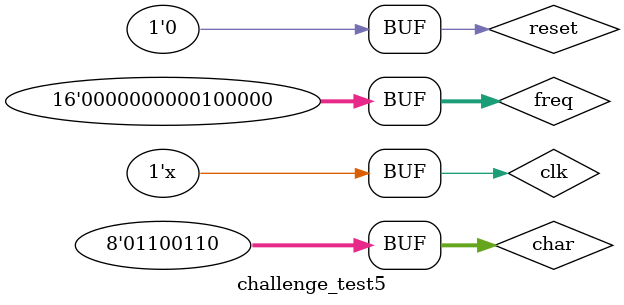
<source format=v>
`timescale 1ns / 1ps


module challenge_test5;

	// Inputs
	reg clk;
	reg reset;
	reg [7:0] char;
	reg [15:0] freq;

	// Outputs
	wire [1:0] format_type;
	wire [3:0] error_code;

	// Instantiate the Unit Under Test (UUT)
	cpu_checker uut (
		.clk(clk), 
		.reset(reset), 
		.char(char), 
		.freq(freq), 
		.format_type(format_type), 
		.error_code(error_code)
	);

	initial begin
		// Initialize Inputs
		clk = 0;
		reset = 0;
		char = 0;
		freq = 6'b100000;

		#10 char="^";
		#10 char="3";
		#10 char="3";
		#10 char="@";
		#10 char="0";
		#10 char="0";
		#10 char="0";
		#10 char="0";
		#10 char="3";
		#10 char="3";
		#10 char="3";
		#10 char="3";
		#10 char=":";
		#10 char=8'd42;
		#10 char="0";
		#10 char="0";
		#10 char="0";
		#10 char="0";
		#10 char="3";
		#10 char="0";
		#10 char="0";
		#10 char="1";
		#10 char="<";
		#10 char="=";
		#10 char="f";
		#10 char="f";
		#10 char="f";
		#10 char="f";
		#10 char="b";
		#10 char="5";
		#10 char="2";
		#10 char="8";
		#10 char="#";
		#10 char="^";
		#10 char="3";
		#10 char="2";
		#10 char="@";
		#10 char="0";
		#10 char="0";
		#10 char="0";
		#10 char="0";
		#10 char="3";
		#10 char="3";
		#10 char="3";
		#10 char="3";
		#10 char=":";
		#10 char=8'd42;
		#10 char="0";
		#10 char="0";
		#10 char="0";
		#10 char="0";
		#10 char="1";
		#10 char="1";
		#10 char="1";
		#10 char="1";
		#10 char="<";
		#10 char="=";
		#10 char="f";
		#10 char="f";
		#10 char="f";
		#10 char="f";
		#10 char="b";
		#10 char="5";
		#10 char="2";
		#10 char="8";
		#10 char="#";
		#10 char=" ";
		#10 char="a";
		#10 char="d";
		#10 char="f";

	end
always #5 clk=~clk;
      
endmodule


</source>
